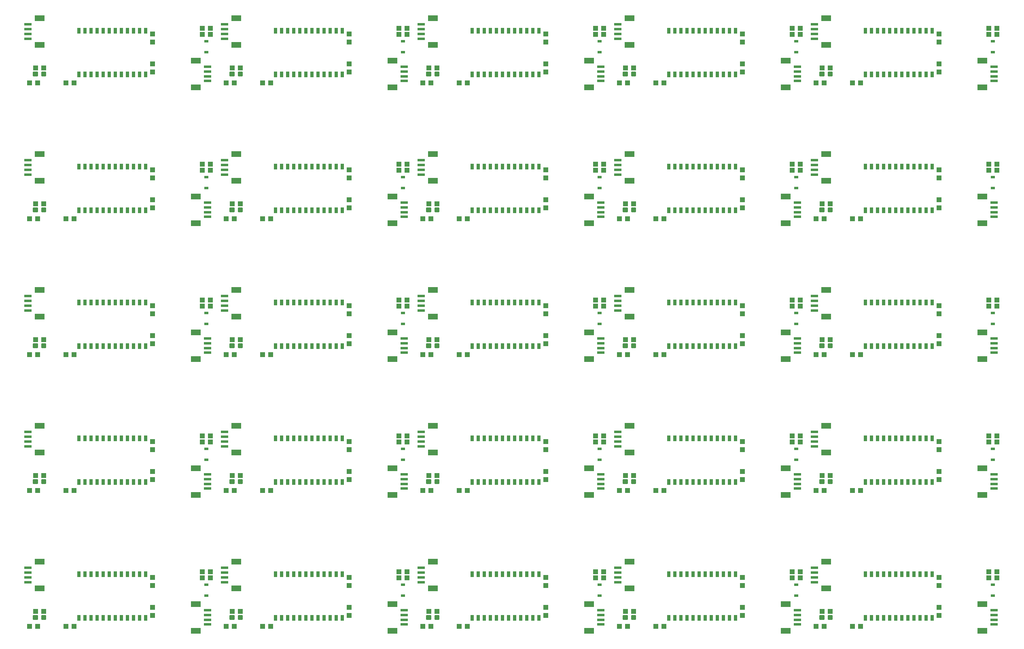
<source format=gtp>
G04 EAGLE Gerber RS-274X export*
G75*
%MOMM*%
%FSLAX34Y34*%
%LPD*%
%INSolderpaste Top*%
%IPPOS*%
%AMOC8*
5,1,8,0,0,1.08239X$1,22.5*%
G01*
%ADD10R,1.000000X1.100000*%
%ADD11C,0.300000*%
%ADD12R,1.100000X1.000000*%
%ADD13R,0.830000X0.630000*%
%ADD14R,1.550000X0.600000*%
%ADD15R,2.000000X1.200000*%
%ADD16R,0.660400X1.143000*%


D10*
X274320Y99450D03*
X274320Y116450D03*
D11*
X32830Y98750D02*
X32830Y91750D01*
X25830Y91750D01*
X25830Y98750D01*
X32830Y98750D01*
X32830Y94600D02*
X25830Y94600D01*
X25830Y97450D02*
X32830Y97450D01*
X50370Y98750D02*
X50370Y91750D01*
X43370Y91750D01*
X43370Y98750D01*
X50370Y98750D01*
X50370Y94600D02*
X43370Y94600D01*
X43370Y97450D02*
X50370Y97450D01*
D12*
X46600Y107950D03*
X29600Y107950D03*
X16900Y76200D03*
X33900Y76200D03*
X110100Y76200D03*
X93100Y76200D03*
X378850Y177800D03*
X395850Y177800D03*
X378850Y190500D03*
X395850Y190500D03*
D13*
X387350Y163900D03*
X387350Y140900D03*
D14*
X14100Y198930D03*
X14100Y188930D03*
X14100Y178930D03*
X14100Y168930D03*
D15*
X38350Y211930D03*
X38350Y155930D03*
D14*
X389760Y80470D03*
X389760Y90470D03*
X389760Y100470D03*
X389760Y110470D03*
D15*
X365510Y67470D03*
X365510Y123470D03*
D16*
X196850Y185420D03*
X184150Y185420D03*
X196850Y93980D03*
X184150Y93980D03*
X171450Y185420D03*
X158750Y185420D03*
X146050Y185420D03*
X133350Y185420D03*
X120650Y185420D03*
X260350Y185420D03*
X247650Y185420D03*
X234950Y185420D03*
X222250Y185420D03*
X209550Y185420D03*
X209550Y93980D03*
X171450Y93980D03*
X158750Y93980D03*
X222250Y93980D03*
X146050Y93980D03*
X234950Y93980D03*
X247650Y93980D03*
X133350Y93980D03*
X120650Y93980D03*
X260350Y93980D03*
D10*
X274320Y161680D03*
X274320Y178680D03*
X685800Y99450D03*
X685800Y116450D03*
D11*
X444310Y98750D02*
X444310Y91750D01*
X437310Y91750D01*
X437310Y98750D01*
X444310Y98750D01*
X444310Y94600D02*
X437310Y94600D01*
X437310Y97450D02*
X444310Y97450D01*
X461850Y98750D02*
X461850Y91750D01*
X454850Y91750D01*
X454850Y98750D01*
X461850Y98750D01*
X461850Y94600D02*
X454850Y94600D01*
X454850Y97450D02*
X461850Y97450D01*
D12*
X458080Y107950D03*
X441080Y107950D03*
X428380Y76200D03*
X445380Y76200D03*
X521580Y76200D03*
X504580Y76200D03*
X790330Y177800D03*
X807330Y177800D03*
X790330Y190500D03*
X807330Y190500D03*
D13*
X798830Y163900D03*
X798830Y140900D03*
D14*
X425580Y198930D03*
X425580Y188930D03*
X425580Y178930D03*
X425580Y168930D03*
D15*
X449830Y211930D03*
X449830Y155930D03*
D14*
X801240Y80470D03*
X801240Y90470D03*
X801240Y100470D03*
X801240Y110470D03*
D15*
X776990Y67470D03*
X776990Y123470D03*
D16*
X608330Y185420D03*
X595630Y185420D03*
X608330Y93980D03*
X595630Y93980D03*
X582930Y185420D03*
X570230Y185420D03*
X557530Y185420D03*
X544830Y185420D03*
X532130Y185420D03*
X671830Y185420D03*
X659130Y185420D03*
X646430Y185420D03*
X633730Y185420D03*
X621030Y185420D03*
X621030Y93980D03*
X582930Y93980D03*
X570230Y93980D03*
X633730Y93980D03*
X557530Y93980D03*
X646430Y93980D03*
X659130Y93980D03*
X544830Y93980D03*
X532130Y93980D03*
X671830Y93980D03*
D10*
X685800Y161680D03*
X685800Y178680D03*
X1097280Y99450D03*
X1097280Y116450D03*
D11*
X855790Y98750D02*
X855790Y91750D01*
X848790Y91750D01*
X848790Y98750D01*
X855790Y98750D01*
X855790Y94600D02*
X848790Y94600D01*
X848790Y97450D02*
X855790Y97450D01*
X873330Y98750D02*
X873330Y91750D01*
X866330Y91750D01*
X866330Y98750D01*
X873330Y98750D01*
X873330Y94600D02*
X866330Y94600D01*
X866330Y97450D02*
X873330Y97450D01*
D12*
X869560Y107950D03*
X852560Y107950D03*
X839860Y76200D03*
X856860Y76200D03*
X933060Y76200D03*
X916060Y76200D03*
X1201810Y177800D03*
X1218810Y177800D03*
X1201810Y190500D03*
X1218810Y190500D03*
D13*
X1210310Y163900D03*
X1210310Y140900D03*
D14*
X837060Y198930D03*
X837060Y188930D03*
X837060Y178930D03*
X837060Y168930D03*
D15*
X861310Y211930D03*
X861310Y155930D03*
D14*
X1212720Y80470D03*
X1212720Y90470D03*
X1212720Y100470D03*
X1212720Y110470D03*
D15*
X1188470Y67470D03*
X1188470Y123470D03*
D16*
X1019810Y185420D03*
X1007110Y185420D03*
X1019810Y93980D03*
X1007110Y93980D03*
X994410Y185420D03*
X981710Y185420D03*
X969010Y185420D03*
X956310Y185420D03*
X943610Y185420D03*
X1083310Y185420D03*
X1070610Y185420D03*
X1057910Y185420D03*
X1045210Y185420D03*
X1032510Y185420D03*
X1032510Y93980D03*
X994410Y93980D03*
X981710Y93980D03*
X1045210Y93980D03*
X969010Y93980D03*
X1057910Y93980D03*
X1070610Y93980D03*
X956310Y93980D03*
X943610Y93980D03*
X1083310Y93980D03*
D10*
X1097280Y161680D03*
X1097280Y178680D03*
X1508760Y99450D03*
X1508760Y116450D03*
D11*
X1267270Y98750D02*
X1267270Y91750D01*
X1260270Y91750D01*
X1260270Y98750D01*
X1267270Y98750D01*
X1267270Y94600D02*
X1260270Y94600D01*
X1260270Y97450D02*
X1267270Y97450D01*
X1284810Y98750D02*
X1284810Y91750D01*
X1277810Y91750D01*
X1277810Y98750D01*
X1284810Y98750D01*
X1284810Y94600D02*
X1277810Y94600D01*
X1277810Y97450D02*
X1284810Y97450D01*
D12*
X1281040Y107950D03*
X1264040Y107950D03*
X1251340Y76200D03*
X1268340Y76200D03*
X1344540Y76200D03*
X1327540Y76200D03*
X1613290Y177800D03*
X1630290Y177800D03*
X1613290Y190500D03*
X1630290Y190500D03*
D13*
X1621790Y163900D03*
X1621790Y140900D03*
D14*
X1248540Y198930D03*
X1248540Y188930D03*
X1248540Y178930D03*
X1248540Y168930D03*
D15*
X1272790Y211930D03*
X1272790Y155930D03*
D14*
X1624200Y80470D03*
X1624200Y90470D03*
X1624200Y100470D03*
X1624200Y110470D03*
D15*
X1599950Y67470D03*
X1599950Y123470D03*
D16*
X1431290Y185420D03*
X1418590Y185420D03*
X1431290Y93980D03*
X1418590Y93980D03*
X1405890Y185420D03*
X1393190Y185420D03*
X1380490Y185420D03*
X1367790Y185420D03*
X1355090Y185420D03*
X1494790Y185420D03*
X1482090Y185420D03*
X1469390Y185420D03*
X1456690Y185420D03*
X1443990Y185420D03*
X1443990Y93980D03*
X1405890Y93980D03*
X1393190Y93980D03*
X1456690Y93980D03*
X1380490Y93980D03*
X1469390Y93980D03*
X1482090Y93980D03*
X1367790Y93980D03*
X1355090Y93980D03*
X1494790Y93980D03*
D10*
X1508760Y161680D03*
X1508760Y178680D03*
X1920240Y99450D03*
X1920240Y116450D03*
D11*
X1678750Y98750D02*
X1678750Y91750D01*
X1671750Y91750D01*
X1671750Y98750D01*
X1678750Y98750D01*
X1678750Y94600D02*
X1671750Y94600D01*
X1671750Y97450D02*
X1678750Y97450D01*
X1696290Y98750D02*
X1696290Y91750D01*
X1689290Y91750D01*
X1689290Y98750D01*
X1696290Y98750D01*
X1696290Y94600D02*
X1689290Y94600D01*
X1689290Y97450D02*
X1696290Y97450D01*
D12*
X1692520Y107950D03*
X1675520Y107950D03*
X1662820Y76200D03*
X1679820Y76200D03*
X1756020Y76200D03*
X1739020Y76200D03*
X2024770Y177800D03*
X2041770Y177800D03*
X2024770Y190500D03*
X2041770Y190500D03*
D13*
X2033270Y163900D03*
X2033270Y140900D03*
D14*
X1660020Y198930D03*
X1660020Y188930D03*
X1660020Y178930D03*
X1660020Y168930D03*
D15*
X1684270Y211930D03*
X1684270Y155930D03*
D14*
X2035680Y80470D03*
X2035680Y90470D03*
X2035680Y100470D03*
X2035680Y110470D03*
D15*
X2011430Y67470D03*
X2011430Y123470D03*
D16*
X1842770Y185420D03*
X1830070Y185420D03*
X1842770Y93980D03*
X1830070Y93980D03*
X1817370Y185420D03*
X1804670Y185420D03*
X1791970Y185420D03*
X1779270Y185420D03*
X1766570Y185420D03*
X1906270Y185420D03*
X1893570Y185420D03*
X1880870Y185420D03*
X1868170Y185420D03*
X1855470Y185420D03*
X1855470Y93980D03*
X1817370Y93980D03*
X1804670Y93980D03*
X1868170Y93980D03*
X1791970Y93980D03*
X1880870Y93980D03*
X1893570Y93980D03*
X1779270Y93980D03*
X1766570Y93980D03*
X1906270Y93980D03*
D10*
X1920240Y161680D03*
X1920240Y178680D03*
X274320Y383930D03*
X274320Y400930D03*
D11*
X32830Y383230D02*
X32830Y376230D01*
X25830Y376230D01*
X25830Y383230D01*
X32830Y383230D01*
X32830Y379080D02*
X25830Y379080D01*
X25830Y381930D02*
X32830Y381930D01*
X50370Y383230D02*
X50370Y376230D01*
X43370Y376230D01*
X43370Y383230D01*
X50370Y383230D01*
X50370Y379080D02*
X43370Y379080D01*
X43370Y381930D02*
X50370Y381930D01*
D12*
X46600Y392430D03*
X29600Y392430D03*
X16900Y360680D03*
X33900Y360680D03*
X110100Y360680D03*
X93100Y360680D03*
X378850Y462280D03*
X395850Y462280D03*
X378850Y474980D03*
X395850Y474980D03*
D13*
X387350Y448380D03*
X387350Y425380D03*
D14*
X14100Y483410D03*
X14100Y473410D03*
X14100Y463410D03*
X14100Y453410D03*
D15*
X38350Y496410D03*
X38350Y440410D03*
D14*
X389760Y364950D03*
X389760Y374950D03*
X389760Y384950D03*
X389760Y394950D03*
D15*
X365510Y351950D03*
X365510Y407950D03*
D16*
X196850Y469900D03*
X184150Y469900D03*
X196850Y378460D03*
X184150Y378460D03*
X171450Y469900D03*
X158750Y469900D03*
X146050Y469900D03*
X133350Y469900D03*
X120650Y469900D03*
X260350Y469900D03*
X247650Y469900D03*
X234950Y469900D03*
X222250Y469900D03*
X209550Y469900D03*
X209550Y378460D03*
X171450Y378460D03*
X158750Y378460D03*
X222250Y378460D03*
X146050Y378460D03*
X234950Y378460D03*
X247650Y378460D03*
X133350Y378460D03*
X120650Y378460D03*
X260350Y378460D03*
D10*
X274320Y446160D03*
X274320Y463160D03*
X685800Y383930D03*
X685800Y400930D03*
D11*
X444310Y383230D02*
X444310Y376230D01*
X437310Y376230D01*
X437310Y383230D01*
X444310Y383230D01*
X444310Y379080D02*
X437310Y379080D01*
X437310Y381930D02*
X444310Y381930D01*
X461850Y383230D02*
X461850Y376230D01*
X454850Y376230D01*
X454850Y383230D01*
X461850Y383230D01*
X461850Y379080D02*
X454850Y379080D01*
X454850Y381930D02*
X461850Y381930D01*
D12*
X458080Y392430D03*
X441080Y392430D03*
X428380Y360680D03*
X445380Y360680D03*
X521580Y360680D03*
X504580Y360680D03*
X790330Y462280D03*
X807330Y462280D03*
X790330Y474980D03*
X807330Y474980D03*
D13*
X798830Y448380D03*
X798830Y425380D03*
D14*
X425580Y483410D03*
X425580Y473410D03*
X425580Y463410D03*
X425580Y453410D03*
D15*
X449830Y496410D03*
X449830Y440410D03*
D14*
X801240Y364950D03*
X801240Y374950D03*
X801240Y384950D03*
X801240Y394950D03*
D15*
X776990Y351950D03*
X776990Y407950D03*
D16*
X608330Y469900D03*
X595630Y469900D03*
X608330Y378460D03*
X595630Y378460D03*
X582930Y469900D03*
X570230Y469900D03*
X557530Y469900D03*
X544830Y469900D03*
X532130Y469900D03*
X671830Y469900D03*
X659130Y469900D03*
X646430Y469900D03*
X633730Y469900D03*
X621030Y469900D03*
X621030Y378460D03*
X582930Y378460D03*
X570230Y378460D03*
X633730Y378460D03*
X557530Y378460D03*
X646430Y378460D03*
X659130Y378460D03*
X544830Y378460D03*
X532130Y378460D03*
X671830Y378460D03*
D10*
X685800Y446160D03*
X685800Y463160D03*
X1097280Y383930D03*
X1097280Y400930D03*
D11*
X855790Y383230D02*
X855790Y376230D01*
X848790Y376230D01*
X848790Y383230D01*
X855790Y383230D01*
X855790Y379080D02*
X848790Y379080D01*
X848790Y381930D02*
X855790Y381930D01*
X873330Y383230D02*
X873330Y376230D01*
X866330Y376230D01*
X866330Y383230D01*
X873330Y383230D01*
X873330Y379080D02*
X866330Y379080D01*
X866330Y381930D02*
X873330Y381930D01*
D12*
X869560Y392430D03*
X852560Y392430D03*
X839860Y360680D03*
X856860Y360680D03*
X933060Y360680D03*
X916060Y360680D03*
X1201810Y462280D03*
X1218810Y462280D03*
X1201810Y474980D03*
X1218810Y474980D03*
D13*
X1210310Y448380D03*
X1210310Y425380D03*
D14*
X837060Y483410D03*
X837060Y473410D03*
X837060Y463410D03*
X837060Y453410D03*
D15*
X861310Y496410D03*
X861310Y440410D03*
D14*
X1212720Y364950D03*
X1212720Y374950D03*
X1212720Y384950D03*
X1212720Y394950D03*
D15*
X1188470Y351950D03*
X1188470Y407950D03*
D16*
X1019810Y469900D03*
X1007110Y469900D03*
X1019810Y378460D03*
X1007110Y378460D03*
X994410Y469900D03*
X981710Y469900D03*
X969010Y469900D03*
X956310Y469900D03*
X943610Y469900D03*
X1083310Y469900D03*
X1070610Y469900D03*
X1057910Y469900D03*
X1045210Y469900D03*
X1032510Y469900D03*
X1032510Y378460D03*
X994410Y378460D03*
X981710Y378460D03*
X1045210Y378460D03*
X969010Y378460D03*
X1057910Y378460D03*
X1070610Y378460D03*
X956310Y378460D03*
X943610Y378460D03*
X1083310Y378460D03*
D10*
X1097280Y446160D03*
X1097280Y463160D03*
X1508760Y383930D03*
X1508760Y400930D03*
D11*
X1267270Y383230D02*
X1267270Y376230D01*
X1260270Y376230D01*
X1260270Y383230D01*
X1267270Y383230D01*
X1267270Y379080D02*
X1260270Y379080D01*
X1260270Y381930D02*
X1267270Y381930D01*
X1284810Y383230D02*
X1284810Y376230D01*
X1277810Y376230D01*
X1277810Y383230D01*
X1284810Y383230D01*
X1284810Y379080D02*
X1277810Y379080D01*
X1277810Y381930D02*
X1284810Y381930D01*
D12*
X1281040Y392430D03*
X1264040Y392430D03*
X1251340Y360680D03*
X1268340Y360680D03*
X1344540Y360680D03*
X1327540Y360680D03*
X1613290Y462280D03*
X1630290Y462280D03*
X1613290Y474980D03*
X1630290Y474980D03*
D13*
X1621790Y448380D03*
X1621790Y425380D03*
D14*
X1248540Y483410D03*
X1248540Y473410D03*
X1248540Y463410D03*
X1248540Y453410D03*
D15*
X1272790Y496410D03*
X1272790Y440410D03*
D14*
X1624200Y364950D03*
X1624200Y374950D03*
X1624200Y384950D03*
X1624200Y394950D03*
D15*
X1599950Y351950D03*
X1599950Y407950D03*
D16*
X1431290Y469900D03*
X1418590Y469900D03*
X1431290Y378460D03*
X1418590Y378460D03*
X1405890Y469900D03*
X1393190Y469900D03*
X1380490Y469900D03*
X1367790Y469900D03*
X1355090Y469900D03*
X1494790Y469900D03*
X1482090Y469900D03*
X1469390Y469900D03*
X1456690Y469900D03*
X1443990Y469900D03*
X1443990Y378460D03*
X1405890Y378460D03*
X1393190Y378460D03*
X1456690Y378460D03*
X1380490Y378460D03*
X1469390Y378460D03*
X1482090Y378460D03*
X1367790Y378460D03*
X1355090Y378460D03*
X1494790Y378460D03*
D10*
X1508760Y446160D03*
X1508760Y463160D03*
X1920240Y383930D03*
X1920240Y400930D03*
D11*
X1678750Y383230D02*
X1678750Y376230D01*
X1671750Y376230D01*
X1671750Y383230D01*
X1678750Y383230D01*
X1678750Y379080D02*
X1671750Y379080D01*
X1671750Y381930D02*
X1678750Y381930D01*
X1696290Y383230D02*
X1696290Y376230D01*
X1689290Y376230D01*
X1689290Y383230D01*
X1696290Y383230D01*
X1696290Y379080D02*
X1689290Y379080D01*
X1689290Y381930D02*
X1696290Y381930D01*
D12*
X1692520Y392430D03*
X1675520Y392430D03*
X1662820Y360680D03*
X1679820Y360680D03*
X1756020Y360680D03*
X1739020Y360680D03*
X2024770Y462280D03*
X2041770Y462280D03*
X2024770Y474980D03*
X2041770Y474980D03*
D13*
X2033270Y448380D03*
X2033270Y425380D03*
D14*
X1660020Y483410D03*
X1660020Y473410D03*
X1660020Y463410D03*
X1660020Y453410D03*
D15*
X1684270Y496410D03*
X1684270Y440410D03*
D14*
X2035680Y364950D03*
X2035680Y374950D03*
X2035680Y384950D03*
X2035680Y394950D03*
D15*
X2011430Y351950D03*
X2011430Y407950D03*
D16*
X1842770Y469900D03*
X1830070Y469900D03*
X1842770Y378460D03*
X1830070Y378460D03*
X1817370Y469900D03*
X1804670Y469900D03*
X1791970Y469900D03*
X1779270Y469900D03*
X1766570Y469900D03*
X1906270Y469900D03*
X1893570Y469900D03*
X1880870Y469900D03*
X1868170Y469900D03*
X1855470Y469900D03*
X1855470Y378460D03*
X1817370Y378460D03*
X1804670Y378460D03*
X1868170Y378460D03*
X1791970Y378460D03*
X1880870Y378460D03*
X1893570Y378460D03*
X1779270Y378460D03*
X1766570Y378460D03*
X1906270Y378460D03*
D10*
X1920240Y446160D03*
X1920240Y463160D03*
X274320Y668410D03*
X274320Y685410D03*
D11*
X32830Y667710D02*
X32830Y660710D01*
X25830Y660710D01*
X25830Y667710D01*
X32830Y667710D01*
X32830Y663560D02*
X25830Y663560D01*
X25830Y666410D02*
X32830Y666410D01*
X50370Y667710D02*
X50370Y660710D01*
X43370Y660710D01*
X43370Y667710D01*
X50370Y667710D01*
X50370Y663560D02*
X43370Y663560D01*
X43370Y666410D02*
X50370Y666410D01*
D12*
X46600Y676910D03*
X29600Y676910D03*
X16900Y645160D03*
X33900Y645160D03*
X110100Y645160D03*
X93100Y645160D03*
X378850Y746760D03*
X395850Y746760D03*
X378850Y759460D03*
X395850Y759460D03*
D13*
X387350Y732860D03*
X387350Y709860D03*
D14*
X14100Y767890D03*
X14100Y757890D03*
X14100Y747890D03*
X14100Y737890D03*
D15*
X38350Y780890D03*
X38350Y724890D03*
D14*
X389760Y649430D03*
X389760Y659430D03*
X389760Y669430D03*
X389760Y679430D03*
D15*
X365510Y636430D03*
X365510Y692430D03*
D16*
X196850Y754380D03*
X184150Y754380D03*
X196850Y662940D03*
X184150Y662940D03*
X171450Y754380D03*
X158750Y754380D03*
X146050Y754380D03*
X133350Y754380D03*
X120650Y754380D03*
X260350Y754380D03*
X247650Y754380D03*
X234950Y754380D03*
X222250Y754380D03*
X209550Y754380D03*
X209550Y662940D03*
X171450Y662940D03*
X158750Y662940D03*
X222250Y662940D03*
X146050Y662940D03*
X234950Y662940D03*
X247650Y662940D03*
X133350Y662940D03*
X120650Y662940D03*
X260350Y662940D03*
D10*
X274320Y730640D03*
X274320Y747640D03*
X685800Y668410D03*
X685800Y685410D03*
D11*
X444310Y667710D02*
X444310Y660710D01*
X437310Y660710D01*
X437310Y667710D01*
X444310Y667710D01*
X444310Y663560D02*
X437310Y663560D01*
X437310Y666410D02*
X444310Y666410D01*
X461850Y667710D02*
X461850Y660710D01*
X454850Y660710D01*
X454850Y667710D01*
X461850Y667710D01*
X461850Y663560D02*
X454850Y663560D01*
X454850Y666410D02*
X461850Y666410D01*
D12*
X458080Y676910D03*
X441080Y676910D03*
X428380Y645160D03*
X445380Y645160D03*
X521580Y645160D03*
X504580Y645160D03*
X790330Y746760D03*
X807330Y746760D03*
X790330Y759460D03*
X807330Y759460D03*
D13*
X798830Y732860D03*
X798830Y709860D03*
D14*
X425580Y767890D03*
X425580Y757890D03*
X425580Y747890D03*
X425580Y737890D03*
D15*
X449830Y780890D03*
X449830Y724890D03*
D14*
X801240Y649430D03*
X801240Y659430D03*
X801240Y669430D03*
X801240Y679430D03*
D15*
X776990Y636430D03*
X776990Y692430D03*
D16*
X608330Y754380D03*
X595630Y754380D03*
X608330Y662940D03*
X595630Y662940D03*
X582930Y754380D03*
X570230Y754380D03*
X557530Y754380D03*
X544830Y754380D03*
X532130Y754380D03*
X671830Y754380D03*
X659130Y754380D03*
X646430Y754380D03*
X633730Y754380D03*
X621030Y754380D03*
X621030Y662940D03*
X582930Y662940D03*
X570230Y662940D03*
X633730Y662940D03*
X557530Y662940D03*
X646430Y662940D03*
X659130Y662940D03*
X544830Y662940D03*
X532130Y662940D03*
X671830Y662940D03*
D10*
X685800Y730640D03*
X685800Y747640D03*
X1097280Y668410D03*
X1097280Y685410D03*
D11*
X855790Y667710D02*
X855790Y660710D01*
X848790Y660710D01*
X848790Y667710D01*
X855790Y667710D01*
X855790Y663560D02*
X848790Y663560D01*
X848790Y666410D02*
X855790Y666410D01*
X873330Y667710D02*
X873330Y660710D01*
X866330Y660710D01*
X866330Y667710D01*
X873330Y667710D01*
X873330Y663560D02*
X866330Y663560D01*
X866330Y666410D02*
X873330Y666410D01*
D12*
X869560Y676910D03*
X852560Y676910D03*
X839860Y645160D03*
X856860Y645160D03*
X933060Y645160D03*
X916060Y645160D03*
X1201810Y746760D03*
X1218810Y746760D03*
X1201810Y759460D03*
X1218810Y759460D03*
D13*
X1210310Y732860D03*
X1210310Y709860D03*
D14*
X837060Y767890D03*
X837060Y757890D03*
X837060Y747890D03*
X837060Y737890D03*
D15*
X861310Y780890D03*
X861310Y724890D03*
D14*
X1212720Y649430D03*
X1212720Y659430D03*
X1212720Y669430D03*
X1212720Y679430D03*
D15*
X1188470Y636430D03*
X1188470Y692430D03*
D16*
X1019810Y754380D03*
X1007110Y754380D03*
X1019810Y662940D03*
X1007110Y662940D03*
X994410Y754380D03*
X981710Y754380D03*
X969010Y754380D03*
X956310Y754380D03*
X943610Y754380D03*
X1083310Y754380D03*
X1070610Y754380D03*
X1057910Y754380D03*
X1045210Y754380D03*
X1032510Y754380D03*
X1032510Y662940D03*
X994410Y662940D03*
X981710Y662940D03*
X1045210Y662940D03*
X969010Y662940D03*
X1057910Y662940D03*
X1070610Y662940D03*
X956310Y662940D03*
X943610Y662940D03*
X1083310Y662940D03*
D10*
X1097280Y730640D03*
X1097280Y747640D03*
X1508760Y668410D03*
X1508760Y685410D03*
D11*
X1267270Y667710D02*
X1267270Y660710D01*
X1260270Y660710D01*
X1260270Y667710D01*
X1267270Y667710D01*
X1267270Y663560D02*
X1260270Y663560D01*
X1260270Y666410D02*
X1267270Y666410D01*
X1284810Y667710D02*
X1284810Y660710D01*
X1277810Y660710D01*
X1277810Y667710D01*
X1284810Y667710D01*
X1284810Y663560D02*
X1277810Y663560D01*
X1277810Y666410D02*
X1284810Y666410D01*
D12*
X1281040Y676910D03*
X1264040Y676910D03*
X1251340Y645160D03*
X1268340Y645160D03*
X1344540Y645160D03*
X1327540Y645160D03*
X1613290Y746760D03*
X1630290Y746760D03*
X1613290Y759460D03*
X1630290Y759460D03*
D13*
X1621790Y732860D03*
X1621790Y709860D03*
D14*
X1248540Y767890D03*
X1248540Y757890D03*
X1248540Y747890D03*
X1248540Y737890D03*
D15*
X1272790Y780890D03*
X1272790Y724890D03*
D14*
X1624200Y649430D03*
X1624200Y659430D03*
X1624200Y669430D03*
X1624200Y679430D03*
D15*
X1599950Y636430D03*
X1599950Y692430D03*
D16*
X1431290Y754380D03*
X1418590Y754380D03*
X1431290Y662940D03*
X1418590Y662940D03*
X1405890Y754380D03*
X1393190Y754380D03*
X1380490Y754380D03*
X1367790Y754380D03*
X1355090Y754380D03*
X1494790Y754380D03*
X1482090Y754380D03*
X1469390Y754380D03*
X1456690Y754380D03*
X1443990Y754380D03*
X1443990Y662940D03*
X1405890Y662940D03*
X1393190Y662940D03*
X1456690Y662940D03*
X1380490Y662940D03*
X1469390Y662940D03*
X1482090Y662940D03*
X1367790Y662940D03*
X1355090Y662940D03*
X1494790Y662940D03*
D10*
X1508760Y730640D03*
X1508760Y747640D03*
X1920240Y668410D03*
X1920240Y685410D03*
D11*
X1678750Y667710D02*
X1678750Y660710D01*
X1671750Y660710D01*
X1671750Y667710D01*
X1678750Y667710D01*
X1678750Y663560D02*
X1671750Y663560D01*
X1671750Y666410D02*
X1678750Y666410D01*
X1696290Y667710D02*
X1696290Y660710D01*
X1689290Y660710D01*
X1689290Y667710D01*
X1696290Y667710D01*
X1696290Y663560D02*
X1689290Y663560D01*
X1689290Y666410D02*
X1696290Y666410D01*
D12*
X1692520Y676910D03*
X1675520Y676910D03*
X1662820Y645160D03*
X1679820Y645160D03*
X1756020Y645160D03*
X1739020Y645160D03*
X2024770Y746760D03*
X2041770Y746760D03*
X2024770Y759460D03*
X2041770Y759460D03*
D13*
X2033270Y732860D03*
X2033270Y709860D03*
D14*
X1660020Y767890D03*
X1660020Y757890D03*
X1660020Y747890D03*
X1660020Y737890D03*
D15*
X1684270Y780890D03*
X1684270Y724890D03*
D14*
X2035680Y649430D03*
X2035680Y659430D03*
X2035680Y669430D03*
X2035680Y679430D03*
D15*
X2011430Y636430D03*
X2011430Y692430D03*
D16*
X1842770Y754380D03*
X1830070Y754380D03*
X1842770Y662940D03*
X1830070Y662940D03*
X1817370Y754380D03*
X1804670Y754380D03*
X1791970Y754380D03*
X1779270Y754380D03*
X1766570Y754380D03*
X1906270Y754380D03*
X1893570Y754380D03*
X1880870Y754380D03*
X1868170Y754380D03*
X1855470Y754380D03*
X1855470Y662940D03*
X1817370Y662940D03*
X1804670Y662940D03*
X1868170Y662940D03*
X1791970Y662940D03*
X1880870Y662940D03*
X1893570Y662940D03*
X1779270Y662940D03*
X1766570Y662940D03*
X1906270Y662940D03*
D10*
X1920240Y730640D03*
X1920240Y747640D03*
X274320Y952890D03*
X274320Y969890D03*
D11*
X32830Y952190D02*
X32830Y945190D01*
X25830Y945190D01*
X25830Y952190D01*
X32830Y952190D01*
X32830Y948040D02*
X25830Y948040D01*
X25830Y950890D02*
X32830Y950890D01*
X50370Y952190D02*
X50370Y945190D01*
X43370Y945190D01*
X43370Y952190D01*
X50370Y952190D01*
X50370Y948040D02*
X43370Y948040D01*
X43370Y950890D02*
X50370Y950890D01*
D12*
X46600Y961390D03*
X29600Y961390D03*
X16900Y929640D03*
X33900Y929640D03*
X110100Y929640D03*
X93100Y929640D03*
X378850Y1031240D03*
X395850Y1031240D03*
X378850Y1043940D03*
X395850Y1043940D03*
D13*
X387350Y1017340D03*
X387350Y994340D03*
D14*
X14100Y1052370D03*
X14100Y1042370D03*
X14100Y1032370D03*
X14100Y1022370D03*
D15*
X38350Y1065370D03*
X38350Y1009370D03*
D14*
X389760Y933910D03*
X389760Y943910D03*
X389760Y953910D03*
X389760Y963910D03*
D15*
X365510Y920910D03*
X365510Y976910D03*
D16*
X196850Y1038860D03*
X184150Y1038860D03*
X196850Y947420D03*
X184150Y947420D03*
X171450Y1038860D03*
X158750Y1038860D03*
X146050Y1038860D03*
X133350Y1038860D03*
X120650Y1038860D03*
X260350Y1038860D03*
X247650Y1038860D03*
X234950Y1038860D03*
X222250Y1038860D03*
X209550Y1038860D03*
X209550Y947420D03*
X171450Y947420D03*
X158750Y947420D03*
X222250Y947420D03*
X146050Y947420D03*
X234950Y947420D03*
X247650Y947420D03*
X133350Y947420D03*
X120650Y947420D03*
X260350Y947420D03*
D10*
X274320Y1015120D03*
X274320Y1032120D03*
X685800Y952890D03*
X685800Y969890D03*
D11*
X444310Y952190D02*
X444310Y945190D01*
X437310Y945190D01*
X437310Y952190D01*
X444310Y952190D01*
X444310Y948040D02*
X437310Y948040D01*
X437310Y950890D02*
X444310Y950890D01*
X461850Y952190D02*
X461850Y945190D01*
X454850Y945190D01*
X454850Y952190D01*
X461850Y952190D01*
X461850Y948040D02*
X454850Y948040D01*
X454850Y950890D02*
X461850Y950890D01*
D12*
X458080Y961390D03*
X441080Y961390D03*
X428380Y929640D03*
X445380Y929640D03*
X521580Y929640D03*
X504580Y929640D03*
X790330Y1031240D03*
X807330Y1031240D03*
X790330Y1043940D03*
X807330Y1043940D03*
D13*
X798830Y1017340D03*
X798830Y994340D03*
D14*
X425580Y1052370D03*
X425580Y1042370D03*
X425580Y1032370D03*
X425580Y1022370D03*
D15*
X449830Y1065370D03*
X449830Y1009370D03*
D14*
X801240Y933910D03*
X801240Y943910D03*
X801240Y953910D03*
X801240Y963910D03*
D15*
X776990Y920910D03*
X776990Y976910D03*
D16*
X608330Y1038860D03*
X595630Y1038860D03*
X608330Y947420D03*
X595630Y947420D03*
X582930Y1038860D03*
X570230Y1038860D03*
X557530Y1038860D03*
X544830Y1038860D03*
X532130Y1038860D03*
X671830Y1038860D03*
X659130Y1038860D03*
X646430Y1038860D03*
X633730Y1038860D03*
X621030Y1038860D03*
X621030Y947420D03*
X582930Y947420D03*
X570230Y947420D03*
X633730Y947420D03*
X557530Y947420D03*
X646430Y947420D03*
X659130Y947420D03*
X544830Y947420D03*
X532130Y947420D03*
X671830Y947420D03*
D10*
X685800Y1015120D03*
X685800Y1032120D03*
X1097280Y952890D03*
X1097280Y969890D03*
D11*
X855790Y952190D02*
X855790Y945190D01*
X848790Y945190D01*
X848790Y952190D01*
X855790Y952190D01*
X855790Y948040D02*
X848790Y948040D01*
X848790Y950890D02*
X855790Y950890D01*
X873330Y952190D02*
X873330Y945190D01*
X866330Y945190D01*
X866330Y952190D01*
X873330Y952190D01*
X873330Y948040D02*
X866330Y948040D01*
X866330Y950890D02*
X873330Y950890D01*
D12*
X869560Y961390D03*
X852560Y961390D03*
X839860Y929640D03*
X856860Y929640D03*
X933060Y929640D03*
X916060Y929640D03*
X1201810Y1031240D03*
X1218810Y1031240D03*
X1201810Y1043940D03*
X1218810Y1043940D03*
D13*
X1210310Y1017340D03*
X1210310Y994340D03*
D14*
X837060Y1052370D03*
X837060Y1042370D03*
X837060Y1032370D03*
X837060Y1022370D03*
D15*
X861310Y1065370D03*
X861310Y1009370D03*
D14*
X1212720Y933910D03*
X1212720Y943910D03*
X1212720Y953910D03*
X1212720Y963910D03*
D15*
X1188470Y920910D03*
X1188470Y976910D03*
D16*
X1019810Y1038860D03*
X1007110Y1038860D03*
X1019810Y947420D03*
X1007110Y947420D03*
X994410Y1038860D03*
X981710Y1038860D03*
X969010Y1038860D03*
X956310Y1038860D03*
X943610Y1038860D03*
X1083310Y1038860D03*
X1070610Y1038860D03*
X1057910Y1038860D03*
X1045210Y1038860D03*
X1032510Y1038860D03*
X1032510Y947420D03*
X994410Y947420D03*
X981710Y947420D03*
X1045210Y947420D03*
X969010Y947420D03*
X1057910Y947420D03*
X1070610Y947420D03*
X956310Y947420D03*
X943610Y947420D03*
X1083310Y947420D03*
D10*
X1097280Y1015120D03*
X1097280Y1032120D03*
X1508760Y952890D03*
X1508760Y969890D03*
D11*
X1267270Y952190D02*
X1267270Y945190D01*
X1260270Y945190D01*
X1260270Y952190D01*
X1267270Y952190D01*
X1267270Y948040D02*
X1260270Y948040D01*
X1260270Y950890D02*
X1267270Y950890D01*
X1284810Y952190D02*
X1284810Y945190D01*
X1277810Y945190D01*
X1277810Y952190D01*
X1284810Y952190D01*
X1284810Y948040D02*
X1277810Y948040D01*
X1277810Y950890D02*
X1284810Y950890D01*
D12*
X1281040Y961390D03*
X1264040Y961390D03*
X1251340Y929640D03*
X1268340Y929640D03*
X1344540Y929640D03*
X1327540Y929640D03*
X1613290Y1031240D03*
X1630290Y1031240D03*
X1613290Y1043940D03*
X1630290Y1043940D03*
D13*
X1621790Y1017340D03*
X1621790Y994340D03*
D14*
X1248540Y1052370D03*
X1248540Y1042370D03*
X1248540Y1032370D03*
X1248540Y1022370D03*
D15*
X1272790Y1065370D03*
X1272790Y1009370D03*
D14*
X1624200Y933910D03*
X1624200Y943910D03*
X1624200Y953910D03*
X1624200Y963910D03*
D15*
X1599950Y920910D03*
X1599950Y976910D03*
D16*
X1431290Y1038860D03*
X1418590Y1038860D03*
X1431290Y947420D03*
X1418590Y947420D03*
X1405890Y1038860D03*
X1393190Y1038860D03*
X1380490Y1038860D03*
X1367790Y1038860D03*
X1355090Y1038860D03*
X1494790Y1038860D03*
X1482090Y1038860D03*
X1469390Y1038860D03*
X1456690Y1038860D03*
X1443990Y1038860D03*
X1443990Y947420D03*
X1405890Y947420D03*
X1393190Y947420D03*
X1456690Y947420D03*
X1380490Y947420D03*
X1469390Y947420D03*
X1482090Y947420D03*
X1367790Y947420D03*
X1355090Y947420D03*
X1494790Y947420D03*
D10*
X1508760Y1015120D03*
X1508760Y1032120D03*
X1920240Y952890D03*
X1920240Y969890D03*
D11*
X1678750Y952190D02*
X1678750Y945190D01*
X1671750Y945190D01*
X1671750Y952190D01*
X1678750Y952190D01*
X1678750Y948040D02*
X1671750Y948040D01*
X1671750Y950890D02*
X1678750Y950890D01*
X1696290Y952190D02*
X1696290Y945190D01*
X1689290Y945190D01*
X1689290Y952190D01*
X1696290Y952190D01*
X1696290Y948040D02*
X1689290Y948040D01*
X1689290Y950890D02*
X1696290Y950890D01*
D12*
X1692520Y961390D03*
X1675520Y961390D03*
X1662820Y929640D03*
X1679820Y929640D03*
X1756020Y929640D03*
X1739020Y929640D03*
X2024770Y1031240D03*
X2041770Y1031240D03*
X2024770Y1043940D03*
X2041770Y1043940D03*
D13*
X2033270Y1017340D03*
X2033270Y994340D03*
D14*
X1660020Y1052370D03*
X1660020Y1042370D03*
X1660020Y1032370D03*
X1660020Y1022370D03*
D15*
X1684270Y1065370D03*
X1684270Y1009370D03*
D14*
X2035680Y933910D03*
X2035680Y943910D03*
X2035680Y953910D03*
X2035680Y963910D03*
D15*
X2011430Y920910D03*
X2011430Y976910D03*
D16*
X1842770Y1038860D03*
X1830070Y1038860D03*
X1842770Y947420D03*
X1830070Y947420D03*
X1817370Y1038860D03*
X1804670Y1038860D03*
X1791970Y1038860D03*
X1779270Y1038860D03*
X1766570Y1038860D03*
X1906270Y1038860D03*
X1893570Y1038860D03*
X1880870Y1038860D03*
X1868170Y1038860D03*
X1855470Y1038860D03*
X1855470Y947420D03*
X1817370Y947420D03*
X1804670Y947420D03*
X1868170Y947420D03*
X1791970Y947420D03*
X1880870Y947420D03*
X1893570Y947420D03*
X1779270Y947420D03*
X1766570Y947420D03*
X1906270Y947420D03*
D10*
X1920240Y1015120D03*
X1920240Y1032120D03*
X274320Y1237370D03*
X274320Y1254370D03*
D11*
X32830Y1236670D02*
X32830Y1229670D01*
X25830Y1229670D01*
X25830Y1236670D01*
X32830Y1236670D01*
X32830Y1232520D02*
X25830Y1232520D01*
X25830Y1235370D02*
X32830Y1235370D01*
X50370Y1236670D02*
X50370Y1229670D01*
X43370Y1229670D01*
X43370Y1236670D01*
X50370Y1236670D01*
X50370Y1232520D02*
X43370Y1232520D01*
X43370Y1235370D02*
X50370Y1235370D01*
D12*
X46600Y1245870D03*
X29600Y1245870D03*
X16900Y1214120D03*
X33900Y1214120D03*
X110100Y1214120D03*
X93100Y1214120D03*
X378850Y1315720D03*
X395850Y1315720D03*
X378850Y1328420D03*
X395850Y1328420D03*
D13*
X387350Y1301820D03*
X387350Y1278820D03*
D14*
X14100Y1336850D03*
X14100Y1326850D03*
X14100Y1316850D03*
X14100Y1306850D03*
D15*
X38350Y1349850D03*
X38350Y1293850D03*
D14*
X389760Y1218390D03*
X389760Y1228390D03*
X389760Y1238390D03*
X389760Y1248390D03*
D15*
X365510Y1205390D03*
X365510Y1261390D03*
D16*
X196850Y1323340D03*
X184150Y1323340D03*
X196850Y1231900D03*
X184150Y1231900D03*
X171450Y1323340D03*
X158750Y1323340D03*
X146050Y1323340D03*
X133350Y1323340D03*
X120650Y1323340D03*
X260350Y1323340D03*
X247650Y1323340D03*
X234950Y1323340D03*
X222250Y1323340D03*
X209550Y1323340D03*
X209550Y1231900D03*
X171450Y1231900D03*
X158750Y1231900D03*
X222250Y1231900D03*
X146050Y1231900D03*
X234950Y1231900D03*
X247650Y1231900D03*
X133350Y1231900D03*
X120650Y1231900D03*
X260350Y1231900D03*
D10*
X274320Y1299600D03*
X274320Y1316600D03*
X685800Y1237370D03*
X685800Y1254370D03*
D11*
X444310Y1236670D02*
X444310Y1229670D01*
X437310Y1229670D01*
X437310Y1236670D01*
X444310Y1236670D01*
X444310Y1232520D02*
X437310Y1232520D01*
X437310Y1235370D02*
X444310Y1235370D01*
X461850Y1236670D02*
X461850Y1229670D01*
X454850Y1229670D01*
X454850Y1236670D01*
X461850Y1236670D01*
X461850Y1232520D02*
X454850Y1232520D01*
X454850Y1235370D02*
X461850Y1235370D01*
D12*
X458080Y1245870D03*
X441080Y1245870D03*
X428380Y1214120D03*
X445380Y1214120D03*
X521580Y1214120D03*
X504580Y1214120D03*
X790330Y1315720D03*
X807330Y1315720D03*
X790330Y1328420D03*
X807330Y1328420D03*
D13*
X798830Y1301820D03*
X798830Y1278820D03*
D14*
X425580Y1336850D03*
X425580Y1326850D03*
X425580Y1316850D03*
X425580Y1306850D03*
D15*
X449830Y1349850D03*
X449830Y1293850D03*
D14*
X801240Y1218390D03*
X801240Y1228390D03*
X801240Y1238390D03*
X801240Y1248390D03*
D15*
X776990Y1205390D03*
X776990Y1261390D03*
D16*
X608330Y1323340D03*
X595630Y1323340D03*
X608330Y1231900D03*
X595630Y1231900D03*
X582930Y1323340D03*
X570230Y1323340D03*
X557530Y1323340D03*
X544830Y1323340D03*
X532130Y1323340D03*
X671830Y1323340D03*
X659130Y1323340D03*
X646430Y1323340D03*
X633730Y1323340D03*
X621030Y1323340D03*
X621030Y1231900D03*
X582930Y1231900D03*
X570230Y1231900D03*
X633730Y1231900D03*
X557530Y1231900D03*
X646430Y1231900D03*
X659130Y1231900D03*
X544830Y1231900D03*
X532130Y1231900D03*
X671830Y1231900D03*
D10*
X685800Y1299600D03*
X685800Y1316600D03*
X1097280Y1237370D03*
X1097280Y1254370D03*
D11*
X855790Y1236670D02*
X855790Y1229670D01*
X848790Y1229670D01*
X848790Y1236670D01*
X855790Y1236670D01*
X855790Y1232520D02*
X848790Y1232520D01*
X848790Y1235370D02*
X855790Y1235370D01*
X873330Y1236670D02*
X873330Y1229670D01*
X866330Y1229670D01*
X866330Y1236670D01*
X873330Y1236670D01*
X873330Y1232520D02*
X866330Y1232520D01*
X866330Y1235370D02*
X873330Y1235370D01*
D12*
X869560Y1245870D03*
X852560Y1245870D03*
X839860Y1214120D03*
X856860Y1214120D03*
X933060Y1214120D03*
X916060Y1214120D03*
X1201810Y1315720D03*
X1218810Y1315720D03*
X1201810Y1328420D03*
X1218810Y1328420D03*
D13*
X1210310Y1301820D03*
X1210310Y1278820D03*
D14*
X837060Y1336850D03*
X837060Y1326850D03*
X837060Y1316850D03*
X837060Y1306850D03*
D15*
X861310Y1349850D03*
X861310Y1293850D03*
D14*
X1212720Y1218390D03*
X1212720Y1228390D03*
X1212720Y1238390D03*
X1212720Y1248390D03*
D15*
X1188470Y1205390D03*
X1188470Y1261390D03*
D16*
X1019810Y1323340D03*
X1007110Y1323340D03*
X1019810Y1231900D03*
X1007110Y1231900D03*
X994410Y1323340D03*
X981710Y1323340D03*
X969010Y1323340D03*
X956310Y1323340D03*
X943610Y1323340D03*
X1083310Y1323340D03*
X1070610Y1323340D03*
X1057910Y1323340D03*
X1045210Y1323340D03*
X1032510Y1323340D03*
X1032510Y1231900D03*
X994410Y1231900D03*
X981710Y1231900D03*
X1045210Y1231900D03*
X969010Y1231900D03*
X1057910Y1231900D03*
X1070610Y1231900D03*
X956310Y1231900D03*
X943610Y1231900D03*
X1083310Y1231900D03*
D10*
X1097280Y1299600D03*
X1097280Y1316600D03*
X1508760Y1237370D03*
X1508760Y1254370D03*
D11*
X1267270Y1236670D02*
X1267270Y1229670D01*
X1260270Y1229670D01*
X1260270Y1236670D01*
X1267270Y1236670D01*
X1267270Y1232520D02*
X1260270Y1232520D01*
X1260270Y1235370D02*
X1267270Y1235370D01*
X1284810Y1236670D02*
X1284810Y1229670D01*
X1277810Y1229670D01*
X1277810Y1236670D01*
X1284810Y1236670D01*
X1284810Y1232520D02*
X1277810Y1232520D01*
X1277810Y1235370D02*
X1284810Y1235370D01*
D12*
X1281040Y1245870D03*
X1264040Y1245870D03*
X1251340Y1214120D03*
X1268340Y1214120D03*
X1344540Y1214120D03*
X1327540Y1214120D03*
X1613290Y1315720D03*
X1630290Y1315720D03*
X1613290Y1328420D03*
X1630290Y1328420D03*
D13*
X1621790Y1301820D03*
X1621790Y1278820D03*
D14*
X1248540Y1336850D03*
X1248540Y1326850D03*
X1248540Y1316850D03*
X1248540Y1306850D03*
D15*
X1272790Y1349850D03*
X1272790Y1293850D03*
D14*
X1624200Y1218390D03*
X1624200Y1228390D03*
X1624200Y1238390D03*
X1624200Y1248390D03*
D15*
X1599950Y1205390D03*
X1599950Y1261390D03*
D16*
X1431290Y1323340D03*
X1418590Y1323340D03*
X1431290Y1231900D03*
X1418590Y1231900D03*
X1405890Y1323340D03*
X1393190Y1323340D03*
X1380490Y1323340D03*
X1367790Y1323340D03*
X1355090Y1323340D03*
X1494790Y1323340D03*
X1482090Y1323340D03*
X1469390Y1323340D03*
X1456690Y1323340D03*
X1443990Y1323340D03*
X1443990Y1231900D03*
X1405890Y1231900D03*
X1393190Y1231900D03*
X1456690Y1231900D03*
X1380490Y1231900D03*
X1469390Y1231900D03*
X1482090Y1231900D03*
X1367790Y1231900D03*
X1355090Y1231900D03*
X1494790Y1231900D03*
D10*
X1508760Y1299600D03*
X1508760Y1316600D03*
X1920240Y1237370D03*
X1920240Y1254370D03*
D11*
X1678750Y1236670D02*
X1678750Y1229670D01*
X1671750Y1229670D01*
X1671750Y1236670D01*
X1678750Y1236670D01*
X1678750Y1232520D02*
X1671750Y1232520D01*
X1671750Y1235370D02*
X1678750Y1235370D01*
X1696290Y1236670D02*
X1696290Y1229670D01*
X1689290Y1229670D01*
X1689290Y1236670D01*
X1696290Y1236670D01*
X1696290Y1232520D02*
X1689290Y1232520D01*
X1689290Y1235370D02*
X1696290Y1235370D01*
D12*
X1692520Y1245870D03*
X1675520Y1245870D03*
X1662820Y1214120D03*
X1679820Y1214120D03*
X1756020Y1214120D03*
X1739020Y1214120D03*
X2024770Y1315720D03*
X2041770Y1315720D03*
X2024770Y1328420D03*
X2041770Y1328420D03*
D13*
X2033270Y1301820D03*
X2033270Y1278820D03*
D14*
X1660020Y1336850D03*
X1660020Y1326850D03*
X1660020Y1316850D03*
X1660020Y1306850D03*
D15*
X1684270Y1349850D03*
X1684270Y1293850D03*
D14*
X2035680Y1218390D03*
X2035680Y1228390D03*
X2035680Y1238390D03*
X2035680Y1248390D03*
D15*
X2011430Y1205390D03*
X2011430Y1261390D03*
D16*
X1842770Y1323340D03*
X1830070Y1323340D03*
X1842770Y1231900D03*
X1830070Y1231900D03*
X1817370Y1323340D03*
X1804670Y1323340D03*
X1791970Y1323340D03*
X1779270Y1323340D03*
X1766570Y1323340D03*
X1906270Y1323340D03*
X1893570Y1323340D03*
X1880870Y1323340D03*
X1868170Y1323340D03*
X1855470Y1323340D03*
X1855470Y1231900D03*
X1817370Y1231900D03*
X1804670Y1231900D03*
X1868170Y1231900D03*
X1791970Y1231900D03*
X1880870Y1231900D03*
X1893570Y1231900D03*
X1779270Y1231900D03*
X1766570Y1231900D03*
X1906270Y1231900D03*
D10*
X1920240Y1299600D03*
X1920240Y1316600D03*
M02*

</source>
